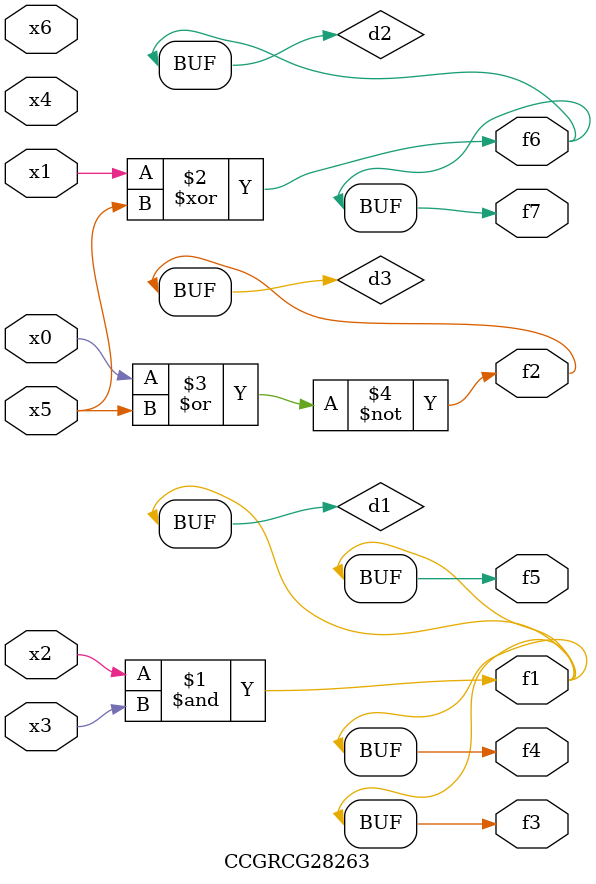
<source format=v>
module CCGRCG28263(
	input x0, x1, x2, x3, x4, x5, x6,
	output f1, f2, f3, f4, f5, f6, f7
);

	wire d1, d2, d3;

	and (d1, x2, x3);
	xor (d2, x1, x5);
	nor (d3, x0, x5);
	assign f1 = d1;
	assign f2 = d3;
	assign f3 = d1;
	assign f4 = d1;
	assign f5 = d1;
	assign f6 = d2;
	assign f7 = d2;
endmodule

</source>
